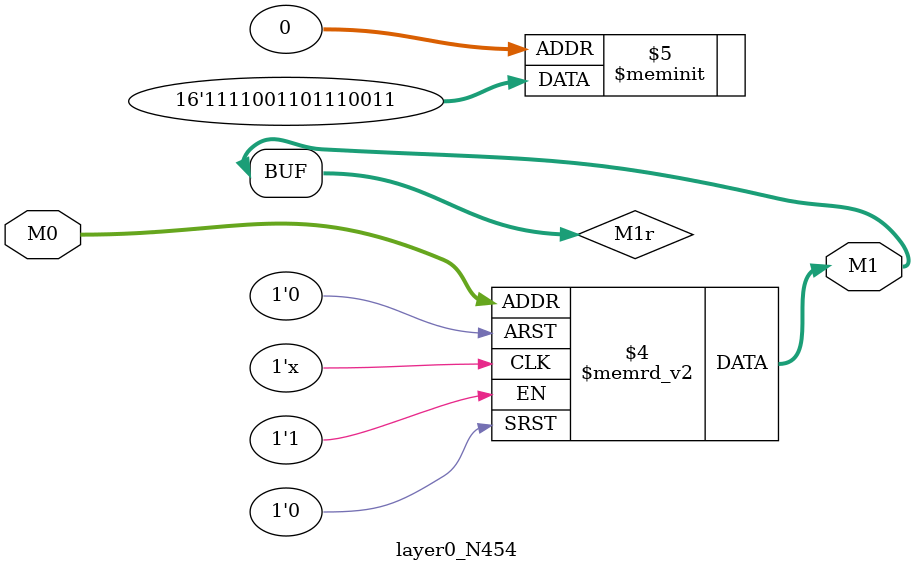
<source format=v>
module layer0_N454 ( input [2:0] M0, output [1:0] M1 );

	(*rom_style = "distributed" *) reg [1:0] M1r;
	assign M1 = M1r;
	always @ (M0) begin
		case (M0)
			3'b000: M1r = 2'b11;
			3'b100: M1r = 2'b11;
			3'b010: M1r = 2'b11;
			3'b110: M1r = 2'b11;
			3'b001: M1r = 2'b00;
			3'b101: M1r = 2'b00;
			3'b011: M1r = 2'b01;
			3'b111: M1r = 2'b11;

		endcase
	end
endmodule

</source>
